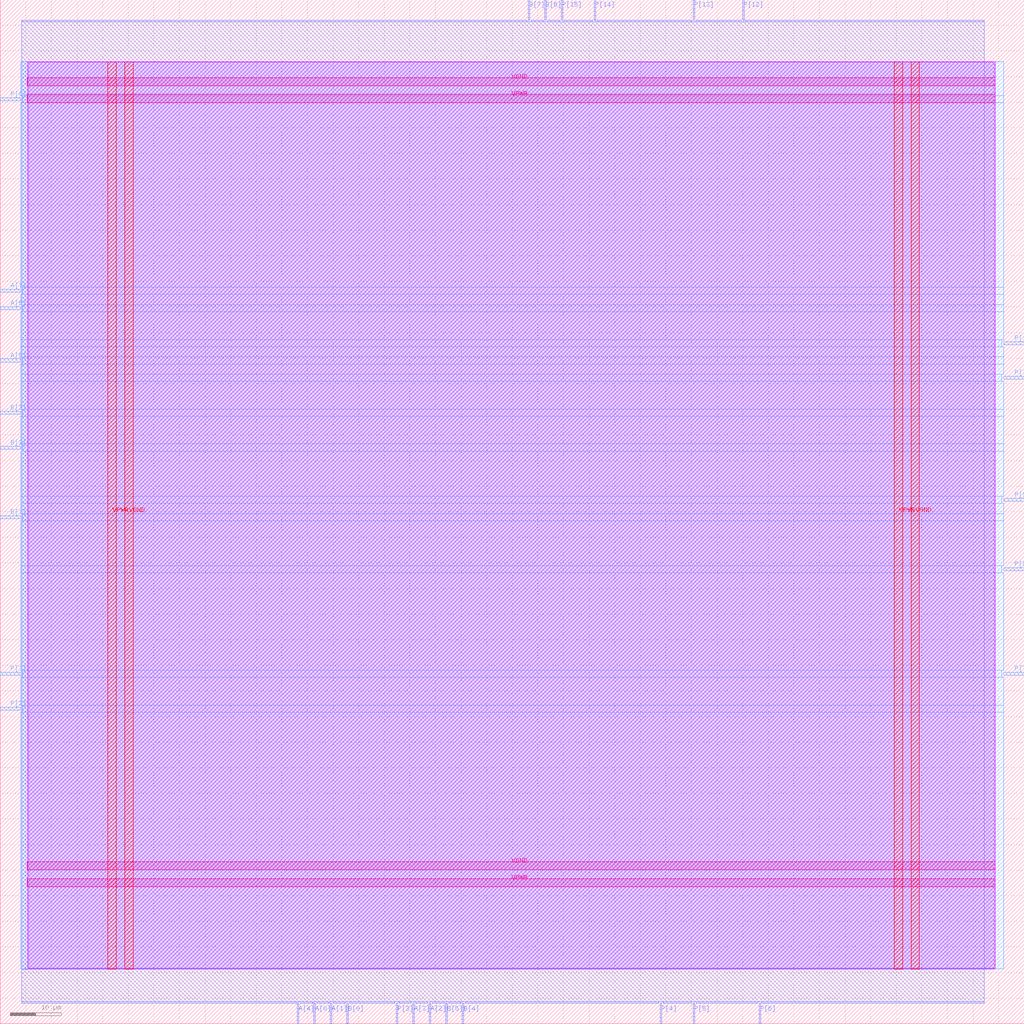
<source format=lef>
VERSION 5.7 ;
  NOWIREEXTENSIONATPIN ON ;
  DIVIDERCHAR "/" ;
  BUSBITCHARS "[]" ;
MACRO mult8_2bits_2op_e2475
  CLASS BLOCK ;
  FOREIGN mult8_2bits_2op_e2475 ;
  ORIGIN 0.000 0.000 ;
  SIZE 200.000 BY 200.000 ;
  PIN A[0]
    DIRECTION INPUT ;
    USE SIGNAL ;
    ANTENNAGATEAREA 0.495000 ;
    PORT
      LAYER met2 ;
        RECT 61.270 0.000 61.550 4.000 ;
    END
  END A[0]
  PIN A[1]
    DIRECTION INPUT ;
    USE SIGNAL ;
    ANTENNAGATEAREA 0.196500 ;
    PORT
      LAYER met2 ;
        RECT 64.490 0.000 64.770 4.000 ;
    END
  END A[1]
  PIN A[2]
    DIRECTION INPUT ;
    USE SIGNAL ;
    ANTENNAGATEAREA 0.213000 ;
    PORT
      LAYER met2 ;
        RECT 83.810 0.000 84.090 4.000 ;
    END
  END A[2]
  PIN A[3]
    DIRECTION INPUT ;
    USE SIGNAL ;
    ANTENNAGATEAREA 0.196500 ;
    PORT
      LAYER met2 ;
        RECT 80.590 0.000 80.870 4.000 ;
    END
  END A[3]
  PIN A[4]
    DIRECTION INPUT ;
    USE SIGNAL ;
    ANTENNAGATEAREA 0.213000 ;
    PORT
      LAYER met2 ;
        RECT 58.050 0.000 58.330 4.000 ;
    END
  END A[4]
  PIN A[5]
    DIRECTION INPUT ;
    USE SIGNAL ;
    ANTENNAGATEAREA 0.213000 ;
    PORT
      LAYER met3 ;
        RECT 0.000 129.240 4.000 129.840 ;
    END
  END A[5]
  PIN A[6]
    DIRECTION INPUT ;
    USE SIGNAL ;
    ANTENNAGATEAREA 0.126000 ;
    PORT
      LAYER met3 ;
        RECT 0.000 139.440 4.000 140.040 ;
    END
  END A[6]
  PIN A[7]
    DIRECTION INPUT ;
    USE SIGNAL ;
    ANTENNAGATEAREA 0.126000 ;
    PORT
      LAYER met3 ;
        RECT 0.000 142.840 4.000 143.440 ;
    END
  END A[7]
  PIN B[0]
    DIRECTION INPUT ;
    USE SIGNAL ;
    ANTENNAGATEAREA 0.213000 ;
    PORT
      LAYER met2 ;
        RECT 67.710 0.000 67.990 4.000 ;
    END
  END B[0]
  PIN B[1]
    DIRECTION INPUT ;
    USE SIGNAL ;
    ANTENNAGATEAREA 0.196500 ;
    PORT
      LAYER met3 ;
        RECT 0.000 98.640 4.000 99.240 ;
    END
  END B[1]
  PIN B[2]
    DIRECTION INPUT ;
    USE SIGNAL ;
    ANTENNAGATEAREA 0.196500 ;
    PORT
      LAYER met3 ;
        RECT 0.000 112.240 4.000 112.840 ;
    END
  END B[2]
  PIN B[3]
    DIRECTION INPUT ;
    USE SIGNAL ;
    ANTENNAGATEAREA 0.213000 ;
    PORT
      LAYER met3 ;
        RECT 0.000 119.040 4.000 119.640 ;
    END
  END B[3]
  PIN B[4]
    DIRECTION INPUT ;
    USE SIGNAL ;
    ANTENNAGATEAREA 0.196500 ;
    PORT
      LAYER met2 ;
        RECT 90.250 0.000 90.530 4.000 ;
    END
  END B[4]
  PIN B[5]
    DIRECTION INPUT ;
    USE SIGNAL ;
    ANTENNAGATEAREA 0.196500 ;
    PORT
      LAYER met2 ;
        RECT 87.030 0.000 87.310 4.000 ;
    END
  END B[5]
  PIN B[6]
    DIRECTION INPUT ;
    USE SIGNAL ;
    ANTENNAGATEAREA 0.213000 ;
    PORT
      LAYER met2 ;
        RECT 106.350 196.000 106.630 200.000 ;
    END
  END B[6]
  PIN B[7]
    DIRECTION INPUT ;
    USE SIGNAL ;
    ANTENNAGATEAREA 0.213000 ;
    PORT
      LAYER met2 ;
        RECT 103.130 196.000 103.410 200.000 ;
    END
  END B[7]
  PIN P[0]
    DIRECTION OUTPUT ;
    USE SIGNAL ;
    PORT
      LAYER met3 ;
        RECT 0.000 180.240 4.000 180.840 ;
    END
  END P[0]
  PIN P[10]
    DIRECTION OUTPUT ;
    USE SIGNAL ;
    ANTENNADIFFAREA 0.891000 ;
    PORT
      LAYER met3 ;
        RECT 196.000 125.840 200.000 126.440 ;
    END
  END P[10]
  PIN P[11]
    DIRECTION OUTPUT ;
    USE SIGNAL ;
    ANTENNADIFFAREA 1.336500 ;
    PORT
      LAYER met3 ;
        RECT 196.000 132.640 200.000 133.240 ;
    END
  END P[11]
  PIN P[12]
    DIRECTION OUTPUT ;
    USE SIGNAL ;
    ANTENNADIFFAREA 1.336500 ;
    PORT
      LAYER met2 ;
        RECT 144.990 196.000 145.270 200.000 ;
    END
  END P[12]
  PIN P[13]
    DIRECTION OUTPUT ;
    USE SIGNAL ;
    ANTENNADIFFAREA 0.891000 ;
    PORT
      LAYER met2 ;
        RECT 135.330 196.000 135.610 200.000 ;
    END
  END P[13]
  PIN P[14]
    DIRECTION OUTPUT ;
    USE SIGNAL ;
    ANTENNADIFFAREA 1.336500 ;
    PORT
      LAYER met2 ;
        RECT 116.010 196.000 116.290 200.000 ;
    END
  END P[14]
  PIN P[15]
    DIRECTION OUTPUT ;
    USE SIGNAL ;
    ANTENNADIFFAREA 1.336500 ;
    PORT
      LAYER met2 ;
        RECT 109.570 196.000 109.850 200.000 ;
    END
  END P[15]
  PIN P[1]
    DIRECTION OUTPUT ;
    USE SIGNAL ;
    ANTENNADIFFAREA 0.445500 ;
    PORT
      LAYER met3 ;
        RECT 0.000 68.040 4.000 68.640 ;
    END
  END P[1]
  PIN P[2]
    DIRECTION OUTPUT ;
    USE SIGNAL ;
    ANTENNADIFFAREA 0.445500 ;
    PORT
      LAYER met3 ;
        RECT 0.000 61.240 4.000 61.840 ;
    END
  END P[2]
  PIN P[3]
    DIRECTION OUTPUT ;
    USE SIGNAL ;
    ANTENNADIFFAREA 0.445500 ;
    PORT
      LAYER met2 ;
        RECT 77.370 0.000 77.650 4.000 ;
    END
  END P[3]
  PIN P[4]
    DIRECTION OUTPUT ;
    USE SIGNAL ;
    ANTENNADIFFAREA 0.445500 ;
    PORT
      LAYER met2 ;
        RECT 128.890 0.000 129.170 4.000 ;
    END
  END P[4]
  PIN P[5]
    DIRECTION OUTPUT ;
    USE SIGNAL ;
    ANTENNADIFFAREA 0.445500 ;
    PORT
      LAYER met2 ;
        RECT 135.330 0.000 135.610 4.000 ;
    END
  END P[5]
  PIN P[6]
    DIRECTION OUTPUT ;
    USE SIGNAL ;
    ANTENNADIFFAREA 0.891000 ;
    PORT
      LAYER met2 ;
        RECT 148.210 0.000 148.490 4.000 ;
    END
  END P[6]
  PIN P[7]
    DIRECTION OUTPUT ;
    USE SIGNAL ;
    ANTENNADIFFAREA 0.891000 ;
    PORT
      LAYER met3 ;
        RECT 196.000 68.040 200.000 68.640 ;
    END
  END P[7]
  PIN P[8]
    DIRECTION OUTPUT ;
    USE SIGNAL ;
    ANTENNADIFFAREA 0.891000 ;
    PORT
      LAYER met3 ;
        RECT 196.000 88.440 200.000 89.040 ;
    END
  END P[8]
  PIN P[9]
    DIRECTION OUTPUT ;
    USE SIGNAL ;
    ANTENNADIFFAREA 1.336500 ;
    PORT
      LAYER met3 ;
        RECT 196.000 102.040 200.000 102.640 ;
    END
  END P[9]
  PIN VGND
    DIRECTION INOUT ;
    USE GROUND ;
    PORT
      LAYER met4 ;
        RECT 24.340 10.640 25.940 187.920 ;
    END
    PORT
      LAYER met4 ;
        RECT 177.940 10.640 179.540 187.920 ;
    END
    PORT
      LAYER met5 ;
        RECT 5.280 30.030 194.360 31.630 ;
    END
    PORT
      LAYER met5 ;
        RECT 5.280 183.210 194.360 184.810 ;
    END
  END VGND
  PIN VPWR
    DIRECTION INOUT ;
    USE POWER ;
    PORT
      LAYER met4 ;
        RECT 21.040 10.640 22.640 187.920 ;
    END
    PORT
      LAYER met4 ;
        RECT 174.640 10.640 176.240 187.920 ;
    END
    PORT
      LAYER met5 ;
        RECT 5.280 26.730 194.360 28.330 ;
    END
    PORT
      LAYER met5 ;
        RECT 5.280 179.910 194.360 181.510 ;
    END
  END VPWR
  OBS
      LAYER nwell ;
        RECT 5.330 10.795 194.310 187.870 ;
      LAYER li1 ;
        RECT 5.520 10.795 194.120 187.765 ;
      LAYER met1 ;
        RECT 4.210 10.640 194.120 187.920 ;
      LAYER met2 ;
        RECT 4.230 195.720 102.850 196.000 ;
        RECT 103.690 195.720 106.070 196.000 ;
        RECT 106.910 195.720 109.290 196.000 ;
        RECT 110.130 195.720 115.730 196.000 ;
        RECT 116.570 195.720 135.050 196.000 ;
        RECT 135.890 195.720 144.710 196.000 ;
        RECT 145.550 195.720 192.190 196.000 ;
        RECT 4.230 4.280 192.190 195.720 ;
        RECT 4.230 4.000 57.770 4.280 ;
        RECT 58.610 4.000 60.990 4.280 ;
        RECT 61.830 4.000 64.210 4.280 ;
        RECT 65.050 4.000 67.430 4.280 ;
        RECT 68.270 4.000 77.090 4.280 ;
        RECT 77.930 4.000 80.310 4.280 ;
        RECT 81.150 4.000 83.530 4.280 ;
        RECT 84.370 4.000 86.750 4.280 ;
        RECT 87.590 4.000 89.970 4.280 ;
        RECT 90.810 4.000 128.610 4.280 ;
        RECT 129.450 4.000 135.050 4.280 ;
        RECT 135.890 4.000 147.930 4.280 ;
        RECT 148.770 4.000 192.190 4.280 ;
      LAYER met3 ;
        RECT 3.990 181.240 196.000 187.845 ;
        RECT 4.400 179.840 196.000 181.240 ;
        RECT 3.990 143.840 196.000 179.840 ;
        RECT 4.400 142.440 196.000 143.840 ;
        RECT 3.990 140.440 196.000 142.440 ;
        RECT 4.400 139.040 196.000 140.440 ;
        RECT 3.990 133.640 196.000 139.040 ;
        RECT 3.990 132.240 195.600 133.640 ;
        RECT 3.990 130.240 196.000 132.240 ;
        RECT 4.400 128.840 196.000 130.240 ;
        RECT 3.990 126.840 196.000 128.840 ;
        RECT 3.990 125.440 195.600 126.840 ;
        RECT 3.990 120.040 196.000 125.440 ;
        RECT 4.400 118.640 196.000 120.040 ;
        RECT 3.990 113.240 196.000 118.640 ;
        RECT 4.400 111.840 196.000 113.240 ;
        RECT 3.990 103.040 196.000 111.840 ;
        RECT 3.990 101.640 195.600 103.040 ;
        RECT 3.990 99.640 196.000 101.640 ;
        RECT 4.400 98.240 196.000 99.640 ;
        RECT 3.990 89.440 196.000 98.240 ;
        RECT 3.990 88.040 195.600 89.440 ;
        RECT 3.990 69.040 196.000 88.040 ;
        RECT 4.400 67.640 195.600 69.040 ;
        RECT 3.990 62.240 196.000 67.640 ;
        RECT 4.400 60.840 196.000 62.240 ;
        RECT 3.990 10.715 196.000 60.840 ;
  END
END mult8_2bits_2op_e2475
END LIBRARY


</source>
